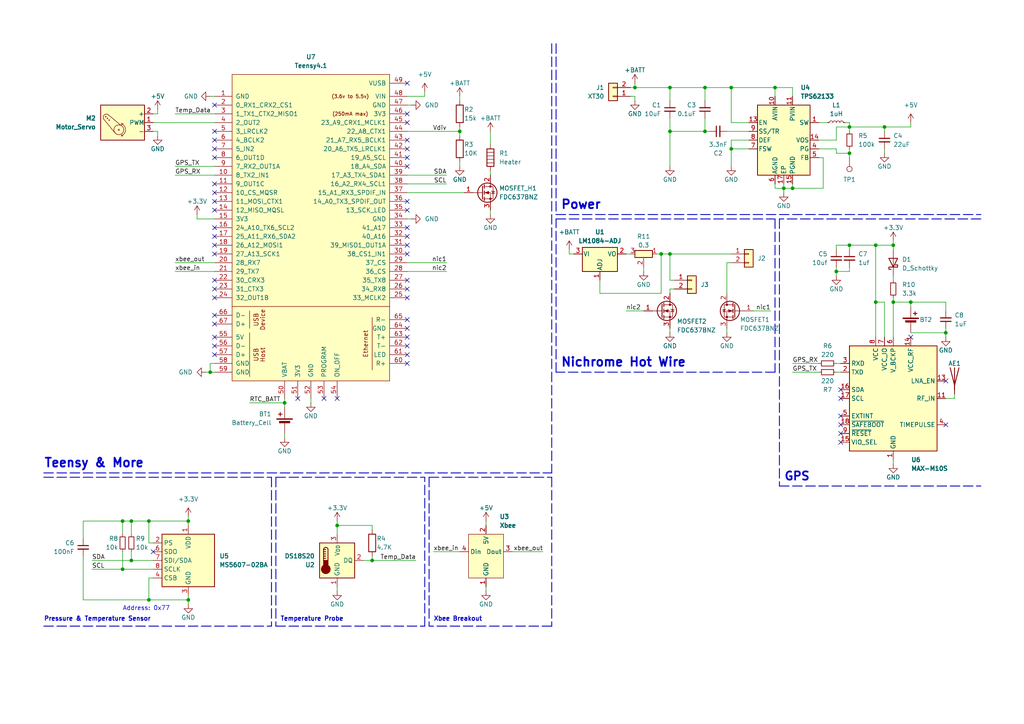
<source format=kicad_sch>
(kicad_sch (version 20231120) (generator "eeschema") (generator_version "8.0")
  (paper "A4")
  (title_block (title "GHOUL Mainboard") (date "2025-02-10") (rev "V1.0") (company "BPP"))
  (junction (at 212.09 43.18))
  (junction (at 259.08 87.63))
  (junction (at 259.08 71.12))
  (junction (at 194.31 38.1))
  (junction (at 35.56 165.1))
  (junction (at 264.16 87.63))
  (junction (at 204.47 38.1))
  (junction (at 38.1 162.56))
  (junction (at 43.18 151.13))
  (junction (at 254 87.63))
  (junction (at 54.61 151.13))
  (junction (at 229.87 54.61))
  (junction (at 133.35 38.1))
  (junction (at 35.56 151.13))
  (junction (at 54.61 173.99))
  (junction (at 274.32 96.52))
  (junction (at 246.38 71.12))
  (junction (at 212.09 25.4))
  (junction (at 224.79 25.4))
  (junction (at 82.55 116.84))
  (junction (at 191.77 73.66))
  (junction (at 194.31 25.4))
  (junction (at 246.38 36.83))
  (junction (at 38.1 151.13))
  (junction (at 254 71.12))
  (junction (at 60.96 107.95))
  (junction (at 227.33 54.61))
  (junction (at 242.57 78.74))
  (junction (at 246.38 44.45))
  (junction (at 256.54 36.83))
  (junction (at 97.79 152.4))
  (junction (at 43.18 173.99))
  (junction (at 204.47 25.4))
  (junction (at 184.15 25.4))
  (junction (at 194.31 73.66))
  (junction (at 107.95 162.56))
  (no_connect (at 93.98 115.57))
  (no_connect (at 118.11 95.25))
  (no_connect (at 118.11 40.64))
  (no_connect (at 62.23 100.33))
  (no_connect (at 62.23 86.36))
  (no_connect (at 62.23 40.64))
  (no_connect (at 44.45 160.02))
  (no_connect (at 118.11 58.42))
  (no_connect (at 62.23 43.18))
  (no_connect (at 62.23 38.1))
  (no_connect (at 118.11 86.36))
  (no_connect (at 118.11 100.33))
  (no_connect (at 97.79 115.57))
  (no_connect (at 62.23 73.66))
  (no_connect (at 62.23 71.12))
  (no_connect (at 118.11 35.56))
  (no_connect (at 118.11 43.18))
  (no_connect (at 118.11 102.87))
  (no_connect (at 118.11 83.82))
  (no_connect (at 118.11 60.96))
  (no_connect (at 274.32 110.49))
  (no_connect (at 86.36 115.57))
  (no_connect (at 118.11 97.79))
  (no_connect (at 62.23 97.79))
  (no_connect (at 62.23 91.44))
  (no_connect (at 62.23 53.34))
  (no_connect (at 62.23 81.28))
  (no_connect (at 243.84 128.27))
  (no_connect (at 118.11 92.71))
  (no_connect (at 62.23 102.87))
  (no_connect (at 118.11 33.02))
  (no_connect (at 243.84 113.03))
  (no_connect (at 62.23 83.82))
  (no_connect (at 243.84 115.57))
  (no_connect (at 62.23 55.88))
  (no_connect (at 243.84 120.65))
  (no_connect (at 62.23 45.72))
  (no_connect (at 118.11 81.28))
  (no_connect (at 62.23 68.58))
  (no_connect (at 62.23 93.98))
  (no_connect (at 62.23 58.42))
  (no_connect (at 118.11 24.13))
  (no_connect (at 62.23 30.48))
  (no_connect (at 243.84 125.73))
  (no_connect (at 62.23 60.96))
  (no_connect (at 243.84 123.19))
  (no_connect (at 264.16 97.79))
  (no_connect (at 118.11 45.72))
  (no_connect (at 118.11 71.12))
  (no_connect (at 62.23 66.04))
  (no_connect (at 118.11 73.66))
  (no_connect (at 118.11 48.26))
  (no_connect (at 274.32 123.19))
  (no_connect (at 118.11 68.58))
  (no_connect (at 118.11 66.04))
  (no_connect (at 118.11 105.41))
  (wire (pts (xy 224.79 25.4) (xy 224.79 27.94)))
  (wire (pts (xy 194.31 38.1) (xy 194.31 48.26)))
  (wire (pts (xy 43.18 167.64) (xy 43.18 173.99)))
  (wire (pts (xy 194.31 85.09) (xy 194.31 83.82)))
  (wire (pts (xy 264.16 87.63) (xy 264.16 88.9)))
  (wire (pts (xy 97.79 170.18) (xy 97.79 171.45)))
  (wire (pts (xy 246.38 44.45) (xy 246.38 45.72)))
  (wire (pts (xy 242.57 44.45) (xy 242.57 43.18)))
  (wire (pts (xy 107.95 162.56) (xy 107.95 161.29)))
  (wire (pts (xy 254 87.63) (xy 254 97.79)))
  (wire (pts (xy 118.11 63.5) (xy 119.38 63.5)))
  (wire (pts (xy 212.09 40.64) (xy 212.09 43.18)))
  (wire (pts (xy 246.38 43.18) (xy 246.38 44.45)))
  (wire (pts (xy 82.55 125.73) (xy 82.55 127)))
  (wire (pts (xy 57.15 63.5) (xy 62.23 63.5)))
  (polyline (pts (xy 161.29 107.95) (xy 161.29 63.5)) (stroke (width 0.254) (type dash)))
  (wire (pts (xy 54.61 151.13) (xy 54.61 152.4)))
  (wire (pts (xy 274.32 95.25) (xy 274.32 96.52)))
  (wire (pts (xy 54.61 173.99) (xy 54.61 175.26)))
  (wire (pts (xy 246.38 78.74) (xy 242.57 78.74)))
  (wire (pts (xy 184.15 25.4) (xy 194.31 25.4)))
  (wire (pts (xy 243.84 107.95) (xy 242.57 107.95)))
  (wire (pts (xy 246.38 71.12) (xy 254 71.12)))
  (wire (pts (xy 194.31 73.66) (xy 212.09 73.66)))
  (wire (pts (xy 50.8 78.74) (xy 62.23 78.74)))
  (wire (pts (xy 24.13 161.29) (xy 24.13 173.99)))
  (wire (pts (xy 140.97 170.18) (xy 140.97 171.45)))
  (wire (pts (xy 35.56 160.02) (xy 35.56 165.1)))
  (wire (pts (xy 194.31 38.1) (xy 204.47 38.1)))
  (wire (pts (xy 242.57 71.12) (xy 242.57 72.39)))
  (wire (pts (xy 24.13 156.21) (xy 24.13 151.13)))
  (polyline (pts (xy 161.29 62.23) (xy 284.48 62.23)) (stroke (width 0.254) (type dash)))
  (wire (pts (xy 166.37 73.66) (xy 165.1 73.66)))
  (wire (pts (xy 60.96 105.41) (xy 60.96 107.95)))
  (wire (pts (xy 238.76 54.61) (xy 229.87 54.61)))
  (wire (pts (xy 194.31 81.28) (xy 194.31 73.66)))
  (wire (pts (xy 242.57 43.18) (xy 237.49 43.18)))
  (wire (pts (xy 165.1 73.66) (xy 165.1 72.39)))
  (wire (pts (xy 97.79 151.13) (xy 97.79 152.4)))
  (polyline (pts (xy 161.29 12.7) (xy 161.29 62.23)) (stroke (width 0.254) (type dash)))
  (wire (pts (xy 227.33 55.88) (xy 227.33 54.61)))
  (wire (pts (xy 204.47 25.4) (xy 212.09 25.4)))
  (wire (pts (xy 35.56 165.1) (xy 44.45 165.1)))
  (wire (pts (xy 38.1 151.13) (xy 38.1 154.94)))
  (wire (pts (xy 118.11 78.74) (xy 129.54 78.74)))
  (wire (pts (xy 229.87 54.61) (xy 227.33 54.61)))
  (wire (pts (xy 229.87 53.34) (xy 229.87 54.61)))
  (wire (pts (xy 259.08 86.36) (xy 259.08 87.63)))
  (wire (pts (xy 204.47 25.4) (xy 204.47 29.21)))
  (wire (pts (xy 148.59 160.02) (xy 157.48 160.02)))
  (wire (pts (xy 105.41 162.56) (xy 107.95 162.56)))
  (wire (pts (xy 45.72 33.02) (xy 45.72 31.75)))
  (wire (pts (xy 218.44 90.17) (xy 223.52 90.17)))
  (wire (pts (xy 182.88 25.4) (xy 184.15 25.4)))
  (wire (pts (xy 256.54 43.18) (xy 256.54 44.45)))
  (wire (pts (xy 195.58 81.28) (xy 194.31 81.28)))
  (wire (pts (xy 264.16 36.83) (xy 264.16 35.56)))
  (wire (pts (xy 45.72 39.37) (xy 45.72 38.1)))
  (polyline (pts (xy 12.7 138.43) (xy 78.74 138.43)) (stroke (width 0.254) (type dash)))
  (wire (pts (xy 204.47 38.1) (xy 205.74 38.1)))
  (wire (pts (xy 50.8 50.8) (xy 62.23 50.8)))
  (polyline (pts (xy 80.01 138.43) (xy 80.01 181.61)) (stroke (width 0.254) (type dash)))
  (wire (pts (xy 90.17 115.57) (xy 90.17 116.84)))
  (wire (pts (xy 43.18 151.13) (xy 54.61 151.13)))
  (wire (pts (xy 274.32 115.57) (xy 276.86 115.57)))
  (wire (pts (xy 82.55 116.84) (xy 82.55 118.11)))
  (wire (pts (xy 38.1 162.56) (xy 38.1 160.02)))
  (wire (pts (xy 246.38 36.83) (xy 246.38 35.56)))
  (wire (pts (xy 259.08 71.12) (xy 259.08 72.39)))
  (wire (pts (xy 107.95 152.4) (xy 107.95 153.67)))
  (wire (pts (xy 246.38 35.56) (xy 245.11 35.56)))
  (wire (pts (xy 204.47 34.29) (xy 204.47 38.1)))
  (wire (pts (xy 44.45 33.02) (xy 45.72 33.02)))
  (wire (pts (xy 237.49 107.95) (xy 229.87 107.95)))
  (wire (pts (xy 118.11 53.34) (xy 129.54 53.34)))
  (wire (pts (xy 142.24 38.1) (xy 142.24 41.91)))
  (wire (pts (xy 38.1 151.13) (xy 43.18 151.13)))
  (wire (pts (xy 60.96 107.95) (xy 62.23 107.95)))
  (wire (pts (xy 246.38 36.83) (xy 256.54 36.83)))
  (wire (pts (xy 224.79 53.34) (xy 224.79 54.61)))
  (wire (pts (xy 59.69 107.95) (xy 60.96 107.95)))
  (wire (pts (xy 107.95 152.4) (xy 97.79 152.4)))
  (wire (pts (xy 24.13 173.99) (xy 43.18 173.99)))
  (wire (pts (xy 184.15 27.94) (xy 182.88 27.94)))
  (polyline (pts (xy 161.29 63.5) (xy 224.79 63.5)) (stroke (width 0.254) (type dash)))
  (wire (pts (xy 54.61 149.86) (xy 54.61 151.13)))
  (wire (pts (xy 194.31 34.29) (xy 194.31 38.1)))
  (wire (pts (xy 140.97 151.13) (xy 140.97 152.4)))
  (wire (pts (xy 227.33 53.34) (xy 227.33 54.61)))
  (polyline (pts (xy 226.06 63.5) (xy 226.06 140.97)) (stroke (width 0.254) (type dash)))
  (wire (pts (xy 181.61 90.17) (xy 186.69 90.17)))
  (wire (pts (xy 118.11 27.94) (xy 123.19 27.94)))
  (wire (pts (xy 256.54 38.1) (xy 256.54 36.83)))
  (wire (pts (xy 43.18 167.64) (xy 44.45 167.64)))
  (wire (pts (xy 35.56 151.13) (xy 38.1 151.13)))
  (wire (pts (xy 210.82 76.2) (xy 212.09 76.2)))
  (polyline (pts (xy 78.74 138.43) (xy 78.74 181.61)) (stroke (width 0.254) (type dash)))
  (wire (pts (xy 274.32 87.63) (xy 274.32 90.17)))
  (wire (pts (xy 186.69 77.47) (xy 186.69 78.74)))
  (wire (pts (xy 133.35 36.83) (xy 133.35 38.1)))
  (wire (pts (xy 237.49 35.56) (xy 240.03 35.56)))
  (wire (pts (xy 118.11 76.2) (xy 129.54 76.2)))
  (wire (pts (xy 256.54 87.63) (xy 256.54 97.79)))
  (wire (pts (xy 181.61 73.66) (xy 182.88 73.66)))
  (polyline (pts (xy 226.06 140.97) (xy 284.48 140.97)) (stroke (width 0.254) (type dash)))
  (wire (pts (xy 212.09 25.4) (xy 212.09 35.56)))
  (wire (pts (xy 60.96 27.94) (xy 62.23 27.94)))
  (polyline (pts (xy 160.02 181.61) (xy 124.46 181.61)) (stroke (width 0.254) (type dash)))
  (polyline (pts (xy 12.7 181.61) (xy 78.74 181.61)) (stroke (width 0.254) (type dash)))
  (wire (pts (xy 191.77 73.66) (xy 191.77 85.09)))
  (wire (pts (xy 45.72 38.1) (xy 44.45 38.1)))
  (wire (pts (xy 243.84 105.41) (xy 242.57 105.41)))
  (wire (pts (xy 246.38 77.47) (xy 246.38 78.74)))
  (wire (pts (xy 118.11 38.1) (xy 133.35 38.1)))
  (wire (pts (xy 254 87.63) (xy 256.54 87.63)))
  (wire (pts (xy 259.08 80.01) (xy 259.08 81.28)))
  (wire (pts (xy 229.87 25.4) (xy 229.87 27.94)))
  (wire (pts (xy 133.35 46.99) (xy 133.35 48.26)))
  (polyline (pts (xy 224.79 63.5) (xy 224.79 107.95)) (stroke (width 0.254) (type dash)))
  (wire (pts (xy 191.77 73.66) (xy 190.5 73.66)))
  (polyline (pts (xy 124.46 138.43) (xy 124.46 181.61)) (stroke (width 0.254) (type dash)))
  (wire (pts (xy 107.95 162.56) (xy 120.65 162.56)))
  (wire (pts (xy 274.32 96.52) (xy 274.32 97.79)))
  (wire (pts (xy 238.76 45.72) (xy 237.49 45.72)))
  (wire (pts (xy 123.19 26.67) (xy 123.19 27.94)))
  (polyline (pts (xy 284.48 63.5) (xy 226.06 63.5)) (stroke (width 0.254) (type dash)))
  (wire (pts (xy 38.1 162.56) (xy 44.45 162.56)))
  (wire (pts (xy 259.08 87.63) (xy 264.16 87.63)))
  (wire (pts (xy 118.11 50.8) (xy 129.54 50.8)))
  (wire (pts (xy 256.54 36.83) (xy 264.16 36.83)))
  (wire (pts (xy 237.49 105.41) (xy 229.87 105.41)))
  (wire (pts (xy 44.45 35.56) (xy 62.23 35.56)))
  (wire (pts (xy 242.57 40.64) (xy 242.57 36.83)))
  (wire (pts (xy 26.67 162.56) (xy 38.1 162.56)))
  (wire (pts (xy 184.15 25.4) (xy 184.15 24.13)))
  (wire (pts (xy 142.24 62.23) (xy 142.24 60.96)))
  (wire (pts (xy 57.15 62.23) (xy 57.15 63.5)))
  (wire (pts (xy 82.55 115.57) (xy 82.55 116.84)))
  (polyline (pts (xy 160.02 138.43) (xy 160.02 181.61)) (stroke (width 0.254) (type dash)))
  (wire (pts (xy 133.35 27.94) (xy 133.35 29.21)))
  (wire (pts (xy 194.31 83.82) (xy 195.58 83.82)))
  (wire (pts (xy 246.38 38.1) (xy 246.38 36.83)))
  (wire (pts (xy 43.18 173.99) (xy 54.61 173.99)))
  (wire (pts (xy 242.57 80.01) (xy 242.57 78.74)))
  (wire (pts (xy 72.39 116.84) (xy 82.55 116.84)))
  (wire (pts (xy 35.56 151.13) (xy 35.56 154.94)))
  (wire (pts (xy 238.76 45.72) (xy 238.76 54.61)))
  (wire (pts (xy 212.09 25.4) (xy 224.79 25.4)))
  (wire (pts (xy 227.33 54.61) (xy 224.79 54.61)))
  (polyline (pts (xy 124.46 138.43) (xy 160.02 138.43)) (stroke (width 0.254) (type dash)))
  (wire (pts (xy 134.62 55.88) (xy 118.11 55.88)))
  (wire (pts (xy 26.67 165.1) (xy 35.56 165.1)))
  (wire (pts (xy 210.82 38.1) (xy 217.17 38.1)))
  (wire (pts (xy 184.15 29.21) (xy 184.15 27.94)))
  (wire (pts (xy 254 71.12) (xy 259.08 71.12)))
  (wire (pts (xy 212.09 35.56) (xy 217.17 35.56)))
  (wire (pts (xy 212.09 43.18) (xy 212.09 48.26)))
  (wire (pts (xy 194.31 25.4) (xy 194.31 29.21)))
  (polyline (pts (xy 160.02 12.7) (xy 160.02 137.16)) (stroke (width 0.254) (type dash)))
  (wire (pts (xy 224.79 25.4) (xy 229.87 25.4)))
  (wire (pts (xy 246.38 44.45) (xy 242.57 44.45)))
  (polyline (pts (xy 123.19 181.61) (xy 123.19 138.43)) (stroke (width 0.254) (type dash)))
  (wire (pts (xy 50.8 48.26) (xy 62.23 48.26)))
  (wire (pts (xy 264.16 87.63) (xy 274.32 87.63)))
  (wire (pts (xy 210.82 76.2) (xy 210.82 85.09)))
  (wire (pts (xy 242.57 36.83) (xy 246.38 36.83)))
  (polyline (pts (xy 80.01 181.61) (xy 123.19 181.61)) (stroke (width 0.254) (type dash)))
  (wire (pts (xy 254 71.12) (xy 254 87.63)))
  (polyline (pts (xy 224.79 107.95) (xy 161.29 107.95)) (stroke (width 0.254) (type dash)))
  (wire (pts (xy 118.11 30.48) (xy 119.38 30.48)))
  (wire (pts (xy 217.17 40.64) (xy 212.09 40.64)))
  (wire (pts (xy 125.73 160.02) (xy 133.35 160.02)))
  (wire (pts (xy 173.99 85.09) (xy 191.77 85.09)))
  (wire (pts (xy 62.23 105.41) (xy 60.96 105.41)))
  (polyline (pts (xy 80.01 138.43) (xy 123.19 138.43)) (stroke (width 0.254) (type dash)))
  (wire (pts (xy 246.38 71.12) (xy 246.38 72.39)))
  (wire (pts (xy 259.08 87.63) (xy 259.08 97.79)))
  (wire (pts (xy 276.86 115.57) (xy 276.86 114.3)))
  (wire (pts (xy 212.09 43.18) (xy 217.17 43.18)))
  (wire (pts (xy 43.18 151.13) (xy 43.18 157.48)))
  (wire (pts (xy 237.49 40.64) (xy 242.57 40.64)))
  (wire (pts (xy 142.24 49.53) (xy 142.24 50.8)))
  (wire (pts (xy 24.13 151.13) (xy 35.56 151.13)))
  (wire (pts (xy 50.8 76.2) (xy 62.23 76.2)))
  (wire (pts (xy 259.08 69.85) (xy 259.08 71.12)))
  (wire (pts (xy 50.8 33.02) (xy 62.23 33.02)))
  (wire (pts (xy 54.61 173.99) (xy 54.61 172.72)))
  (wire (pts (xy 264.16 96.52) (xy 274.32 96.52)))
  (wire (pts (xy 133.35 38.1) (xy 133.35 39.37)))
  (wire (pts (xy 194.31 25.4) (xy 204.47 25.4)))
  (wire (pts (xy 194.31 95.25) (xy 194.31 96.52)))
  (wire (pts (xy 210.82 95.25) (xy 210.82 96.52)))
  (wire (pts (xy 191.77 73.66) (xy 194.31 73.66)))
  (wire (pts (xy 242.57 77.47) (xy 242.57 78.74)))
  (polyline (pts (xy 12.7 137.16) (xy 160.02 137.16)) (stroke (width 0.254) (type dash)))
  (wire (pts (xy 43.18 157.48) (xy 44.45 157.48)))
  (wire (pts (xy 97.79 152.4) (xy 97.79 154.94)))
  (wire (pts (xy 259.08 133.35) (xy 259.08 134.62)))
  (wire (pts (xy 173.99 81.28) (xy 173.99 85.09)))
  (wire (pts (xy 242.57 71.12) (xy 246.38 71.12)))
  (text "GPS" (at 227.33 139.7 0) (effects (font (size 2.4 2.4) (thickness 0.48) (bold yes)) (justify left bottom)))
  (text "Power" (at 162.56 60.96 0) (effects (font (size 2.54 2.54) (thickness 0.508) (bold yes)) (justify left bottom)))
  (text "Pressure & Temperature Sensor" (at 12.7 180.34 0) (effects (font (size 1.27 1.27) (thickness 0.254) (bold yes)) (justify left bottom)))
  (text "Address: 0x77" (at 35.56 176.53 0) (effects (font (size 1.27 1.27)) (justify left)))
  (text "Temperature Probe" (at 81.28 180.34 0) (effects (font (size 1.27 1.27) (thickness 0.254) (bold yes)) (justify left bottom)))
  (text "Nichrome Hot Wire" (at 162.56 106.68 0) (effects (font (size 2.54 2.54) (thickness 0.508) (bold yes)) (justify left bottom)))
  (text "Teensy & More" (at 12.7 135.89 0) (effects (font (size 2.54 2.54) (thickness 0.508) (bold yes)) (justify left bottom)))
  (text "Xbee Breakout" (at 125.73 180.34 0) (effects (font (size 1.27 1.27) (thickness 0.254) (bold yes)) (justify left bottom)))
  (label "nic1" (at 223.52 90.17 180))
  (label "GPS_RX" (at 229.87 105.41 0))
  (label "xbee_in" (at 125.73 160.02 0))
  (label "nic2" (at 129.54 78.74 180))
  (label "SCL" (at 129.54 53.34 180))
  (label "xbee_out" (at 157.48 160.02 180))
  (label "nic2" (at 181.61 90.17 0))
  (label "xbee_out" (at 50.8 76.2 0))
  (label "nic1" (at 129.54 76.2 180))
  (label "xbee_in" (at 50.8 78.74 0))
  (label "Temp_Data" (at 50.8 33.02 0))
  (label "Vdiv" (at 129.54 38.1 180))
  (label "SDA" (at 26.67 162.56 0))
  (label "GPS_TX" (at 229.87 107.95 0))
  (label "GPS_RX" (at 50.8 50.8 0))
  (label "SCL" (at 26.67 165.1 0))
  (label "GPS_TX" (at 50.8 48.26 0))
  (label "SDA" (at 129.54 50.8 180))
  (label "RTC_BATT" (at 72.39 116.84 0))
  (label "Temp_Data" (at 120.65 162.56 180))
  (symbol (lib_id "Device:C_Small") (at 242.57 74.93 0) (unit 1)
    (property "Reference" "C5" (at 240.03 73.66 0) (effects (justify right)))
    (property "Value" "10uf" (at 240.03 76.2 0) (effects (justify right)))
    (property "Footprint" "Capacitor_SMD:C_0603_1608Metric_Pad1.08x0.95mm_HandSolder" (effects (hide yes)))
  )
  (symbol (lib_id "Connector:TestPoint") (at 246.38 45.72 180) (unit 1)
    (property "Reference" "TP1" (at 246.38 52.07 0))
    (property "Value" "TestPoint" (effects (hide yes)))
    (property "Footprint" "TestPoint:TestPoint_Keystone_5000-5004_Miniature" (effects (hide yes)))
  )
  (symbol (lib_id "Device:C_Small") (at 256.54 40.64 0) (unit 1)
    (property "Reference" "C4" (at 259.08 39.3763 0) (effects (justify left)))
    (property "Value" "22uF" (at 259.08 41.9163 0) (effects (justify left)))
    (property "Footprint" "Capacitor_SMD:C_0603_1608Metric_Pad1.08x0.95mm_HandSolder" (effects (hide yes)))
  )
  (symbol (lib_name "GND_7") (lib_id "power:GND") (at 82.55 127 0) (unit 1)
    (property "Reference" "#PWR09" (effects (hide yes)))
    (property "Value" "GND" (at 82.55 130.81 0))
  )
  (symbol (lib_name "GND_6") (lib_id "power:GND") (at 54.61 175.26 0) (unit 1)
    (property "Reference" "#PWR012" (effects (hide yes)))
    (property "Value" "GND" (at 54.61 179.07 0))
  )
  (symbol (lib_id "power:+BATT") (at 165.1 72.39 0) (unit 1)
    (property "Reference" "#PWR013" (effects (hide yes)))
    (property "Value" "+BATT" (at 165.1 67.31 0))
  )
  (symbol (lib_id "Device:Antenna") (at 276.86 109.22 0) (unit 1)
    (property "Reference" "AE1" (at 276.86 105.41 0))
    (property "Value" "1575AT43A0040001E" (effects (hide yes)))
    (property "Footprint" "BPP_Lib:ANT_1575AT_JOT-M" (effects (hide yes)))
    (property "Datasheet" "https://www.johansontechnology.com/search/pdf/?s=1575AT43A0040001E" (effects (hide yes)))
    (property "Description" "Antenna" (effects (hide yes)))
  )
  (symbol (lib_id "Device:R_Small") (at 38.1 157.48 0) (unit 1)
    (property "Reference" "R9" (at 39.37 156.21 0) (effects (justify left)))
    (property "Value" "10k" (at 39.37 158.75 0) (effects (justify left)))
    (property "Footprint" "Resistor_SMD:R_0603_1608Metric_Pad0.98x0.95mm_HandSolder" (effects (hide yes)))
  )
  (symbol (lib_id "ghoul_v1.0:Teensy4.1") (at 90.17 82.55 0) (unit 1)
    (property "Reference" "U7" (at 90.17 16.51 0) (effects (font (bold yes))))
    (property "Value" "Teensy4.1" (at 90.17 19.05 0) (effects (font (bold yes))))
    (property "Footprint" "BPP_Lib:Teensy4_1" (effects (hide yes)))
  )
  (symbol (lib_id "Device:D_Schottky") (at 259.08 76.2 90) (unit 1)
    (property "Reference" "D1" (at 261.62 75.2475 90) (effects (justify right)))
    (property "Value" "D_Schottky" (at 261.62 77.7875 90) (effects (justify right)))
    (property "Footprint" "Diode_SMD:D_SOD-123F" (effects (hide yes)))
  )
  (symbol (lib_id "Device:L_Small") (at 242.57 35.56 90) (unit 1)
    (property "Reference" "L1" (at 242.57 30.48 90))
    (property "Value" "1uH" (at 242.57 33.02 90))
    (property "Footprint" "Inductor_SMD:L_Vishay_IHLP-1212" (effects (hide yes)))
  )
  (symbol (lib_id "Device:R_Small") (at 259.08 83.82 0) (unit 1)
    (property "Reference" "R10" (at 261.62 82.55 0) (effects (justify left)))
    (property "Value" "3.3k" (at 261.62 85.09 0) (effects (justify left)))
    (property "Footprint" "Resistor_SMD:R_0603_1608Metric_Pad0.98x0.95mm_HandSolder" (effects (hide yes)))
  )
  (symbol (lib_id "Device:C_Small") (at 204.47 31.75 0) (mirror x) (unit 1)
    (property "Reference" "C3" (at 201.93 30.4736 0) (effects (justify right)))
    (property "Value" "0.1uF" (at 201.93 33.0136 0) (effects (justify right)))
    (property "Footprint" "Capacitor_SMD:C_0603_1608Metric_Pad1.08x0.95mm_HandSolder" (effects (hide yes)))
  )
  (symbol (lib_id "power:+5V") (at 264.16 35.56 0) (unit 1)
    (property "Reference" "#PWR06" (effects (hide yes)))
    (property "Value" "+5V" (at 264.16 30.48 0))
  )
  (symbol (lib_id "power:+5V") (at 123.19 26.67 0) (unit 1)
    (property "Reference" "#PWR015" (effects (hide yes)))
    (property "Value" "+5V" (at 123.19 21.59 0))
  )
  (symbol (lib_id "Transistor_FET:IRF540N") (at 191.77 90.17 0) (unit 1)
    (property "Reference" "MOSFET2" (at 196.342 93.218 0) (effects (justify left)))
    (property "Value" "FDC637BNZ" (at 196.342 95.758 0) (effects (justify left)))
    (property "Footprint" "Package_TO_SOT_SMD:SOT-23-6" (effects (hide yes)))
    (property "Datasheet" "https://www.onsemi.com/pdf/datasheet/fdc637bnz-d.pdf" (effects (hide yes)))
  )
  (symbol (lib_id "Device:R_Small") (at 246.38 40.64 0) (unit 1)
    (property "Reference" "R5" (at 248.92 39.37 0) (effects (justify left)))
    (property "Value" "100k" (at 248.92 41.91 0) (effects (justify left)))
    (property "Footprint" "Resistor_SMD:R_0603_1608Metric_Pad0.98x0.95mm_HandSolder" (effects (hide yes)))
  )
  (symbol (lib_id "Device:Heater") (at 142.24 45.72 0) (unit 1)
    (property "Reference" "R1" (at 144.78 44.45 0) (effects (justify left)))
    (property "Value" "Heater" (at 144.78 46.99 0) (effects (justify left)))
    (property "Footprint" "Connector_JST:JST_EH_B2B-EH-A_1x02_P2.50mm_Vertical" (effects (hide yes)))
  )
  (symbol (lib_name "GND_2") (lib_id "power:GND") (at 194.31 48.26 0) (unit 1)
    (property "Reference" "#PWR03" (effects (hide yes)))
    (property "Value" "GND" (at 194.31 52.07 0))
  )
  (symbol (lib_name "R_1") (lib_id "Device:R") (at 133.35 43.18 0) (unit 1)
    (property "Reference" "R3" (at 134.62 41.91 0) (effects (justify left)))
    (property "Value" "10K" (at 134.62 44.45 0) (effects (justify left)))
    (property "Footprint" "Resistor_SMD:R_0603_1608Metric" (effects (hide yes)))
  )
  (symbol (lib_name "GND_8") (lib_id "power:GND") (at 90.17 116.84 0) (unit 1)
    (property "Reference" "#PWR023" (effects (hide yes)))
    (property "Value" "GND" (at 90.17 120.65 0))
    (property "Description" "Power symbol creates a global label with name \"GND\" , ground" (effects (hide yes)))
  )
  (symbol (lib_id "power:+3.3V") (at 54.61 149.86 0) (unit 1)
    (property "Reference" "#PWR010" (effects (hide yes)))
    (property "Value" "+3.3V" (at 54.61 144.78 0))
  )
  (symbol (lib_name "GND_11") (lib_id "power:GND") (at 133.35 48.26 0) (mirror y) (unit 1)
    (property "Reference" "#PWR027" (effects (hide yes)))
    (property "Value" "GND" (at 133.35 52.07 0))
    (property "Description" "Power symbol creates a global label with name \"GND\" , ground" (effects (hide yes)))
  )
  (symbol (lib_id "Device:R_Small") (at 35.56 157.48 180) (unit 1)
    (property "Reference" "R8" (at 34.29 156.21 0) (effects (justify left)))
    (property "Value" "10k" (at 34.29 158.75 0) (effects (justify left)))
    (property "Footprint" "Resistor_SMD:R_0603_1608Metric_Pad0.98x0.95mm_HandSolder" (effects (hide yes)))
  )
  (symbol (lib_id "Device:R") (at 186.69 73.66 270) (mirror x) (unit 1)
    (property "Reference" "R11" (at 186.69 68.58 90))
    (property "Value" "0.3" (at 186.69 71.12 90))
    (property "Footprint" "Package_TO_SOT_SMD:TO-263-2" (effects (hide yes)))
  )
  (symbol (lib_id "power:GND") (at 60.96 27.94 270) (unit 1)
    (property "Reference" "#PWR0106" (effects (hide yes)))
    (property "Value" "GND" (at 53.34 27.94 90) (effects (justify left)))
  )
  (symbol (lib_id "power:+BATT") (at 133.35 27.94 0) (mirror y) (unit 1)
    (property "Reference" "#PWR020" (effects (hide yes)))
    (property "Value" "+BATT" (at 133.35 24.13 0))
  )
  (symbol (lib_id "Sensor_Temperature:DS18S20") (at 97.79 162.56 0) (unit 1)
    (property "Reference" "U2" (at 91.44 163.8301 0) (effects (font (bold yes)) (justify right)))
    (property "Value" "DS18S20" (at 91.44 161.2901 0) (effects (font (bold yes)) (justify right)))
    (property "Footprint" "Connector_JST:JST_EH_B3B-EH-A_1x03_P2.50mm_Vertical" (effects (hide yes)))
    (property "Datasheet" "http://datasheets.maximintegrated.com/en/ds/DS18S20.pdf" (effects (hide yes)))
  )
  (symbol (lib_name "GND_9") (lib_id "power:GND") (at 242.57 80.01 0) (unit 1)
    (property "Reference" "#PWR024" (effects (hide yes)))
    (property "Value" "GND" (at 242.57 83.82 0))
  )
  (symbol (lib_id "ghoul_v1.0:Xbee_Breakout") (at 140.97 160.02 0) (unit 1)
    (property "Reference" "U3" (at 144.78 149.86 0) (effects (font (bold yes)) (justify left)))
    (property "Value" "Xbee" (at 144.78 152.4 0) (effects (font (bold yes)) (justify left)))
    (property "Footprint" "BPP_Lib:XBee Explorer" (effects (hide yes)))
  )
  (symbol (lib_id "Transistor_FET:IRF540N") (at 139.7 55.88 0) (unit 1)
    (property "Reference" "MOSFET_H1" (at 144.78 54.61 0) (effects (justify left)))
    (property "Value" "FDC637BNZ" (at 144.78 57.15 0) (effects (justify left)))
    (property "Footprint" "Package_TO_SOT_SMD:SOT-23-6" (effects (hide yes)))
    (property "Datasheet" "https://www.onsemi.com/pdf/datasheet/fdc637bnz-d.pdf" (effects (hide yes)))
  )
  (symbol (lib_name "GND_3") (lib_id "power:GND") (at 227.33 55.88 0) (unit 1)
    (property "Reference" "#PWR04" (effects (hide yes)))
    (property "Value" "GND" (at 227.33 59.69 0))
  )
  (symbol (lib_id "Regulator_Switching:TPS62133") (at 227.33 40.64 0) (unit 1)
    (property "Reference" "U4" (at 232.0641 25.4 0) (effects (font (bold yes)) (justify left)))
    (property "Value" "TPS62133" (at 232.0641 27.94 0) (effects (font (bold yes)) (justify left)))
    (property "Footprint" "Package_DFN_QFN:VQFN-16-1EP_3x3mm_P0.5mm_EP1.68x1.68mm_ThermalVias" (effects (hide yes)))
    (property "Datasheet" "http://www.ti.com/lit/ds/symlink/tps62130.pdf" (effects (hide yes)))
  )
  (symbol (lib_id "power:GND") (at 210.82 96.52 0) (unit 1)
    (property "Reference" "#PWR0105" (effects (hide yes)))
    (property "Value" "GND" (at 210.82 100.33 0))
  )
  (symbol (lib_id "power:+5V") (at 140.97 151.13 0) (unit 1)
    (property "Reference" "#PWR016" (effects (hide yes)))
    (property "Value" "+5V" (at 140.97 147.32 0))
  )
  (symbol (lib_id "Device:Battery_Cell") (at 264.16 93.98 0) (unit 1)
    (property "Reference" "BT2" (at 266.7 92.71 0) (effects (justify left)))
    (property "Value" "Battery_Cell" (effects (hide yes)))
    (property "Footprint" "BPP_Lib:SEIKO_ML414H_IV01E" (effects (hide yes)))
  )
  (symbol (lib_id "power:GND") (at 184.15 29.21 0) (mirror y) (unit 1)
    (property "Reference" "#PWR0111" (effects (hide yes)))
    (property "Value" "GND" (at 184.15 33.02 0))
  )
  (symbol (lib_id "Device:R_Small") (at 240.03 107.95 270) (mirror x) (unit 1)
    (property "Reference" "R7" (at 240.03 113.03 90))
    (property "Value" "220" (at 240.03 110.49 90))
    (property "Footprint" "Resistor_SMD:R_0603_1608Metric_Pad0.98x0.95mm_HandSolder" (effects (hide yes)))
  )
  (symbol (lib_name "GND_1") (lib_id "power:GND") (at 142.24 62.23 0) (unit 1)
    (property "Reference" "#PWR01" (effects (hide yes)))
    (property "Value" "GND" (at 142.24 66.04 0))
  )
  (symbol (lib_id "power:+3.3V") (at 57.15 62.23 0) (unit 1)
    (property "Reference" "#PWR021" (effects (hide yes)))
    (property "Value" "+3.3V" (at 57.15 58.42 0))
  )
  (symbol (lib_name "GND_16") (lib_id "power:GND") (at 59.69 107.95 270) (unit 1)
    (property "Reference" "#PWR032" (effects (hide yes)))
    (property "Value" "GND" (at 55.88 107.95 90) (effects (justify right)))
    (property "Description" "Power symbol creates a global label with name \"GND\" , ground" (effects (hide yes)))
  )
  (symbol (lib_id "Device:C_Small") (at 208.28 38.1 90) (unit 1)
    (property "Reference" "C2" (at 208.2864 44.45 90))
    (property "Value" "3.3nF" (at 208.2864 41.91 90))
    (property "Footprint" "Capacitor_SMD:C_0603_1608Metric_Pad1.08x0.95mm_HandSolder" (effects (hide yes)))
  )
  (symbol (lib_name "GND_13") (lib_id "power:GND") (at 119.38 30.48 90) (unit 1)
    (property "Reference" "#PWR029" (effects (hide yes)))
    (property "Value" "GND" (at 123.19 30.4799 90) (effects (justify right)))
    (property "Description" "Power symbol creates a global label with name \"GND\" , ground" (effects (hide yes)))
  )
  (symbol (lib_id "Connector_Generic:Conn_01x02") (at 177.8 27.94 180) (unit 1)
    (property "Reference" "J1" (at 175.26 25.3999 0) (effects (justify left)))
    (property "Value" "XT30" (at 175.26 27.94 0) (effects (justify left)))
    (property "Footprint" "Connector_AMASS:AMASS_XT30PW-M_1x02_P2.50mm_Horizontal" (effects (hide yes)))
    (property "Description" "Generic connector, single row, 01x02, script generated (kicad-library-utils/schlib/autogen/connector/)" (effects (hide yes)))
  )
  (symbol (lib_id "Device:R_Small") (at 240.03 105.41 270) (mirror x) (unit 1)
    (property "Reference" "R6" (at 240.03 100.33 90))
    (property "Value" "220" (at 240.03 102.87 90))
    (property "Footprint" "Resistor_SMD:R_0603_1608Metric_Pad0.98x0.95mm_HandSolder" (effects (hide yes)))
  )
  (symbol (lib_id "Device:C_Small") (at 24.13 158.75 0) (unit 1)
    (property "Reference" "C6" (at 21.59 157.48 0) (effects (justify right)))
    (property "Value" "100nF" (at 21.59 160.02 0) (effects (justify right)))
    (property "Footprint" "Capacitor_SMD:C_0603_1608Metric_Pad1.08x0.95mm_HandSolder" (effects (hide yes)))
  )
  (symbol (lib_id "Connector_Generic:Conn_01x02") (at 217.17 73.66 0) (unit 1)
    (property "Reference" "J2" (at 219.71 74.9299 0) (effects (justify left)))
    (property "Value" "Conn_01x02" (effects (hide yes)))
    (property "Footprint" "Connector_JST:JST_EH_B2B-EH-A_1x02_P2.50mm_Vertical" (effects (hide yes)))
    (property "Description" "Generic connector, single row, 01x02, script generated (kicad-library-utils/schlib/autogen/connector/)" (effects (hide yes)))
  )
  (symbol (lib_id "Device:C_Small") (at 246.38 74.93 0) (unit 1)
    (property "Reference" "C7" (at 248.92 73.6663 0) (effects (justify left)))
    (property "Value" "1uf" (at 248.92 76.2063 0) (effects (justify left)))
    (property "Footprint" "Capacitor_SMD:C_0603_1608Metric_Pad1.08x0.95mm_HandSolder" (effects (hide yes)))
  )
  (symbol (lib_id "power:GND") (at 45.72 39.37 0) (mirror y) (unit 1)
    (property "Reference" "#PWR0101" (effects (hide yes)))
    (property "Value" "GND" (at 45.72 43.18 0))
  )
  (symbol (lib_id "Connector_Generic:Conn_01x02") (at 200.66 81.28 0) (unit 1)
    (property "Reference" "J3" (at 203.2 82.5499 0) (effects (justify left)))
    (property "Value" "Conn_01x02" (effects (hide yes)))
    (property "Footprint" "Connector_JST:JST_EH_B2B-EH-A_1x02_P2.50mm_Vertical" (effects (hide yes)))
    (property "Description" "Generic connector, single row, 01x02, script generated (kicad-library-utils/schlib/autogen/connector/)" (effects (hide yes)))
  )
  (symbol (lib_name "GND_10") (lib_id "power:GND") (at 97.79 171.45 0) (unit 1)
    (property "Reference" "#PWR026" (effects (hide yes)))
    (property "Value" "GND" (at 97.79 175.26 0))
    (property "Description" "Power symbol creates a global label with name \"GND\" , ground" (effects (hide yes)))
  )
  (symbol (lib_id "power:GND") (at 140.97 171.45 0) (unit 1)
    (property "Reference" "#PWR0107" (effects (hide yes)))
    (property "Value" "GND" (at 140.97 175.26 0))
  )
  (symbol (lib_id "power:+5V") (at 45.72 31.75 0) (mirror y) (unit 1)
    (property "Reference" "#PWR017" (effects (hide yes)))
    (property "Value" "+5V" (at 45.72 27.94 0))
  )
  (symbol (lib_id "power:+3.3V") (at 259.08 69.85 0) (unit 1)
    (property "Reference" "#PWR025" (effects (hide yes)))
    (property "Value" "+3.3V" (at 259.08 66.04 0))
  )
  (symbol (lib_name "GND_12") (lib_id "power:GND") (at 274.32 97.79 0) (unit 1)
    (property "Reference" "#PWR028" (effects (hide yes)))
    (property "Value" "GND" (at 274.32 101.6 0))
    (property "Description" "Power symbol creates a global label with name \"GND\" , ground" (effects (hide yes)))
  )
  (symbol (lib_id "power:+BATT") (at 184.15 24.13 0) (mirror y) (unit 1)
    (property "Reference" "#PWR018" (effects (hide yes)))
    (property "Value" "+BATT" (at 184.15 20.32 0))
  )
  (symbol (lib_name "GND_14") (lib_id "power:GND") (at 119.38 63.5 90) (unit 1)
    (property "Reference" "#PWR030" (effects (hide yes)))
    (property "Value" "GND" (at 123.19 63.4999 90) (effects (justify right)))
    (property "Description" "Power symbol creates a global label with name \"GND\" , ground" (effects (hide yes)))
  )
  (symbol (lib_id "RF_GPS:MAX-M10S") (at 259.08 115.57 0) (unit 1)
    (property "Reference" "U6" (at 264.16 133.35 0) (effects (font (bold yes)) (justify left)))
    (property "Value" "MAX-M10S" (at 264.16 135.89 0) (effects (font (bold yes)) (justify left)))
    (property "Footprint" "RF_GPS:ublox_MAX" (effects (hide yes)))
    (property "Datasheet" "https://content.u-blox.com/sites/default/files/MAX-M10S_DataSheet_UBX-20035208.pdf" (effects (hide yes)))
    (property "Description" "GNSS Module MAX M10, VCC 1.65V to 3.6V" (effects (hide yes)))
  )
  (symbol (lib_id "power:GND") (at 186.69 78.74 0) (unit 1)
    (property "Reference" "#PWR0112" (effects (hide yes)))
    (property "Value" "GND" (at 186.69 82.55 0))
  )
  (symbol (lib_name "R_2") (lib_id "Device:R") (at 107.95 157.48 180) (unit 1)
    (property "Reference" "R4" (at 109.22 156.21 0) (effects (justify right)))
    (property "Value" "4.7K" (at 109.22 158.75 0) (effects (justify right)))
    (property "Footprint" "Resistor_SMD:R_0603_1608Metric" (effects (hide yes)))
  )
  (symbol (lib_name "R_1") (lib_id "Device:R") (at 133.35 33.02 0) (unit 1)
    (property "Reference" "R2" (at 134.62 31.75 0) (effects (justify left)))
    (property "Value" "15k" (at 134.62 34.29 0) (effects (justify left)))
    (property "Footprint" "Resistor_SMD:R_0603_1608Metric" (effects (hide yes)))
  )
  (symbol (lib_id "ghoul_v1.0:Motor_Servo") (at 36.83 35.56 0) (mirror y) (unit 1)
    (property "Reference" "M2" (at 27.94 34.2899 0) (effects (font (bold yes)) (justify left)))
    (property "Value" "Motor_Servo" (at 27.94 36.8299 0) (effects (font (bold yes)) (justify left)))
    (property "Footprint" "Connector_JST:JST_XH_B3B-XH-A_1x03_P2.50mm_Vertical" (effects (hide yes)))
    (property "Datasheet" "http://forums.parallax.com/uploads/attachments/46831/74481.png" (effects (hide yes)))
  )
  (symbol (lib_name "GND_17") (lib_id "power:GND") (at 259.08 134.62 0) (unit 1)
    (property "Reference" "#PWR011" (effects (hide yes)))
    (property "Value" "GND" (at 259.08 138.43 0))
    (property "Description" "Power symbol creates a global label with name \"GND\" , ground" (effects (hide yes)))
  )
  (symbol (lib_id "power:+3.3V") (at 97.79 151.13 0) (unit 1)
    (property "Reference" "#PWR022" (effects (hide yes)))
    (property "Value" "+3.3V" (at 97.79 147.32 0))
  )
  (symbol (lib_name "GND_15") (lib_id "power:GND") (at 194.31 96.52 0) (unit 1)
    (property "Reference" "#PWR07" (effects (hide yes)))
    (property "Value" "GND" (at 194.31 100.33 0))
    (property "Description" "Power symbol creates a global label with name \"GND\" , ground" (effects (hide yes)))
  )
  (symbol (lib_id "Device:Battery_Cell") (at 82.55 123.19 0) (mirror y) (unit 1)
    (property "Reference" "BT1" (at 78.74 120.0785 0) (effects (justify left)))
    (property "Value" "Battery_Cell" (at 78.74 122.6185 0) (effects (justify left)))
    (property "Footprint" "Battery:BatteryHolder_Keystone_3000_1x12mm" (effects (hide yes)))
  )
  (symbol (lib_id "Sensor_Pressure:MS5607-02BA") (at 54.61 162.56 0) (unit 1)
    (property "Reference" "U5" (at 63.5 161.29 0) (effects (font (bold yes)) (justify left)))
    (property "Value" "MS5607-02BA" (at 63.5 163.83 0) (effects (font (bold yes)) (justify left)))
    (property "Footprint" "Package_LGA:LGA-8_3x5mm_P1.25mm" (effects (hide yes)))
    (property "Datasheet" "https://www.te.com/commerce/DocumentDelivery/DDEController?Action=showdoc&DocId=Data+Sheet%7FMS5607-02BA03%7FB2%7Fpdf%7FEnglish%7FENG_DS_MS5607-02BA03_B2.pdf%7FCAT-BLPS0035" (effects (hide yes)))
  )
  (symbol (lib_name "GND_4") (lib_id "power:GND") (at 256.54 44.45 0) (unit 1)
    (property "Reference" "#PWR05" (effects (hide yes)))
    (property "Value" "GND" (at 256.54 48.26 0))
  )
  (symbol (lib_id "power:+BATT") (at 142.24 38.1 0) (unit 1)
    (property "Reference" "#PWR019" (effects (hide yes)))
    (property "Value" "+BATT" (at 142.24 34.29 0))
  )
  (symbol (lib_id "Regulator_Linear:LM1084-ADJ") (at 173.99 73.66 0) (unit 1)
    (property "Reference" "U1" (at 173.99 67.31 0) (effects (font (bold yes))))
    (property "Value" "LM1084-ADJ" (at 173.99 69.85 0) (effects (font (bold yes))))
    (property "Footprint" "Package_TO_SOT_SMD:TO-263-3_TabPin2" (effects (hide yes)))
    (property "Datasheet" "http://www.ti.com/lit/ds/symlink/lm1084.pdf" (effects (hide yes)))
    (property "Description" "5A 29V Adjustable Linear Regulator, TO-220 / TO-263 (D2-PAK)" (effects (hide yes)))
  )
  (symbol (lib_id "Device:C_Small") (at 274.32 92.71 180) (unit 1)
    (property "Reference" "C8" (at 276.86 91.44 0) (effects (justify right)))
    (property "Value" "1uF" (at 276.86 93.98 0) (effects (justify right)))
    (property "Footprint" "Capacitor_SMD:C_0603_1608Metric_Pad1.08x0.95mm_HandSolder" (effects (hide yes)))
  )
  (symbol (lib_name "GND_2") (lib_id "power:GND") (at 212.09 48.26 0) (unit 1)
    (property "Reference" "#PWR02" (effects (hide yes)))
    (property "Value" "GND" (at 212.09 52.07 0))
  )
  (symbol (lib_id "Transistor_FET:IRF540N") (at 213.36 90.17 0) (mirror y) (unit 1)
    (property "Reference" "MOSFET1" (at 214.63 92.71 0) (effects (justify right)))
    (property "Value" "FDC637BNZ" (at 214.63 95.25 0) (effects (justify right)))
    (property "Footprint" "Package_TO_SOT_SMD:SOT-23-6" (effects (hide yes)))
    (property "Datasheet" "https://www.onsemi.com/pdf/datasheet/fdc637bnz-d.pdf" (effects (hide yes)))
  )
  (symbol (lib_id "Device:C_Small") (at 194.31 31.75 0) (unit 1)
    (property "Reference" "C1" (at 191.77 30.48 0) (effects (justify right)))
    (property "Value" "10uF" (at 191.77 33.02 0) (effects (justify right)))
    (property "Footprint" "Capacitor_SMD:C_0603_1608Metric_Pad1.08x0.95mm_HandSolder" (effects (hide yes)))
  )
)
</source>
